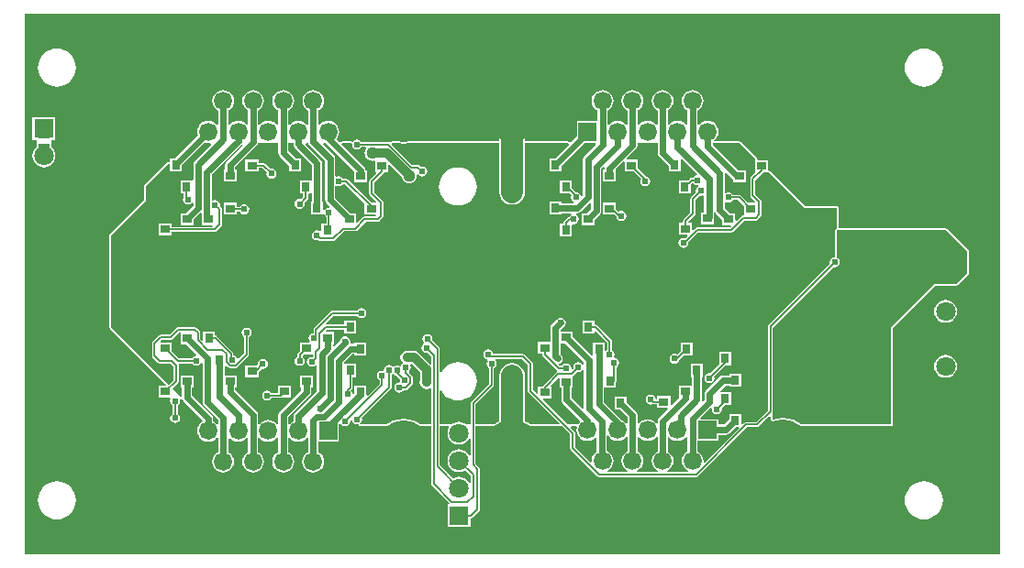
<source format=gbl>
G04 Layer_Physical_Order=2*
G04 Layer_Color=16711680*
%FSLAX25Y25*%
%MOIN*%
G70*
G01*
G75*
%ADD22C,0.00600*%
%ADD23C,0.02400*%
%ADD24C,0.03200*%
%ADD29C,0.05906*%
%ADD30C,0.09843*%
%ADD31C,0.07874*%
%ADD32C,0.18740*%
%ADD33R,0.06654X0.06654*%
%ADD34C,0.06654*%
%ADD35R,0.07087X0.07087*%
%ADD36C,0.07087*%
%ADD37R,0.07087X0.07087*%
%ADD38C,0.02400*%
%ADD39C,0.04400*%
%ADD40C,0.03600*%
%ADD41R,0.03543X0.03150*%
%ADD42R,0.03150X0.03543*%
%ADD43R,0.03937X0.02362*%
%ADD44C,0.08000*%
G36*
X354331Y0D02*
X0D01*
Y196850D01*
X354331D01*
Y0D01*
D02*
G37*
%LPC*%
G36*
X11811Y26618D02*
X10458Y26484D01*
X9158Y26090D01*
X7959Y25449D01*
X6909Y24587D01*
X6047Y23537D01*
X5406Y22338D01*
X5012Y21037D01*
X4878Y19685D01*
X5012Y18333D01*
X5406Y17032D01*
X6047Y15834D01*
X6909Y14783D01*
X7959Y13921D01*
X9158Y13280D01*
X10458Y12886D01*
X11811Y12753D01*
X13163Y12886D01*
X14464Y13280D01*
X15663Y13921D01*
X16713Y14783D01*
X17575Y15834D01*
X18216Y17032D01*
X18610Y18333D01*
X18744Y19685D01*
X18610Y21037D01*
X18216Y22338D01*
X17575Y23537D01*
X16713Y24587D01*
X15663Y25449D01*
X14464Y26090D01*
X13163Y26484D01*
X11811Y26618D01*
D02*
G37*
G36*
X326772D02*
X325419Y26484D01*
X324119Y26090D01*
X322920Y25449D01*
X321870Y24587D01*
X321007Y23537D01*
X320367Y22338D01*
X319972Y21037D01*
X319839Y19685D01*
X319972Y18333D01*
X320367Y17032D01*
X321007Y15834D01*
X321870Y14783D01*
X322920Y13921D01*
X324119Y13280D01*
X325419Y12886D01*
X326772Y12753D01*
X328124Y12886D01*
X329425Y13280D01*
X330623Y13921D01*
X331674Y14783D01*
X332536Y15834D01*
X333176Y17032D01*
X333571Y18333D01*
X333704Y19685D01*
X333571Y21037D01*
X333176Y22338D01*
X332536Y23537D01*
X331674Y24587D01*
X330623Y25449D01*
X329425Y26090D01*
X328124Y26484D01*
X326772Y26618D01*
D02*
G37*
G36*
X334646Y92604D02*
X333564Y92462D01*
X332556Y92044D01*
X331691Y91380D01*
X331027Y90515D01*
X330609Y89507D01*
X330467Y88425D01*
X330609Y87344D01*
X331027Y86336D01*
X331691Y85470D01*
X332556Y84806D01*
X333564Y84389D01*
X334646Y84246D01*
X335727Y84389D01*
X336735Y84806D01*
X337601Y85470D01*
X338265Y86336D01*
X338682Y87344D01*
X338825Y88425D01*
X338682Y89507D01*
X338265Y90515D01*
X337601Y91380D01*
X336735Y92044D01*
X335727Y92462D01*
X334646Y92604D01*
D02*
G37*
G36*
Y72604D02*
X333564Y72462D01*
X332556Y72044D01*
X331691Y71380D01*
X331027Y70515D01*
X330609Y69507D01*
X330467Y68425D01*
X330609Y67344D01*
X331027Y66336D01*
X331691Y65470D01*
X332556Y64806D01*
X333564Y64389D01*
X334646Y64246D01*
X335727Y64389D01*
X336735Y64806D01*
X337601Y65470D01*
X338265Y66336D01*
X338682Y67344D01*
X338825Y68425D01*
X338682Y69507D01*
X338265Y70515D01*
X337601Y71380D01*
X336735Y72044D01*
X335727Y72462D01*
X334646Y72604D01*
D02*
G37*
G36*
X326772Y184098D02*
X325419Y183965D01*
X324119Y183570D01*
X322920Y182930D01*
X321870Y182067D01*
X321007Y181017D01*
X320367Y179818D01*
X319972Y178518D01*
X319839Y177165D01*
X319972Y175813D01*
X320367Y174512D01*
X321007Y173314D01*
X321870Y172263D01*
X322920Y171401D01*
X324119Y170761D01*
X325419Y170366D01*
X326772Y170233D01*
X328124Y170366D01*
X329425Y170761D01*
X330623Y171401D01*
X331674Y172263D01*
X332536Y173314D01*
X333176Y174512D01*
X333571Y175813D01*
X333704Y177165D01*
X333571Y178518D01*
X333176Y179818D01*
X332536Y181017D01*
X331674Y182067D01*
X330623Y182930D01*
X329425Y183570D01*
X328124Y183965D01*
X326772Y184098D01*
D02*
G37*
G36*
X11811D02*
X10458Y183965D01*
X9158Y183570D01*
X7959Y182930D01*
X6909Y182067D01*
X6047Y181017D01*
X5406Y179818D01*
X5012Y178518D01*
X4878Y177165D01*
X5012Y175813D01*
X5406Y174512D01*
X6047Y173314D01*
X6909Y172263D01*
X7959Y171401D01*
X9158Y170761D01*
X10458Y170366D01*
X11811Y170233D01*
X13163Y170366D01*
X14464Y170761D01*
X15663Y171401D01*
X16713Y172263D01*
X17575Y173314D01*
X18216Y174512D01*
X18610Y175813D01*
X18744Y177165D01*
X18610Y178518D01*
X18216Y179818D01*
X17575Y181017D01*
X16713Y182067D01*
X15663Y182930D01*
X14464Y183570D01*
X13163Y183965D01*
X11811Y184098D01*
D02*
G37*
G36*
X242736Y169000D02*
X241711Y168865D01*
X240756Y168469D01*
X239936Y167840D01*
X239306Y167020D01*
X238911Y166065D01*
X238776Y165039D01*
X238911Y164014D01*
X239306Y163059D01*
X239936Y162239D01*
X240756Y161609D01*
X240901Y161549D01*
Y156416D01*
X240401Y156246D01*
X240084Y156659D01*
X239264Y157288D01*
X238309Y157684D01*
X237283Y157819D01*
X236258Y157684D01*
X235303Y157288D01*
X234483Y156659D01*
X234166Y156246D01*
X233666Y156416D01*
Y161549D01*
X233811Y161609D01*
X234631Y162239D01*
X235261Y163059D01*
X235656Y164014D01*
X235791Y165039D01*
X235656Y166065D01*
X235261Y167020D01*
X234631Y167840D01*
X233811Y168469D01*
X232856Y168865D01*
X231831Y169000D01*
X230806Y168865D01*
X229850Y168469D01*
X229030Y167840D01*
X228401Y167020D01*
X228005Y166065D01*
X227870Y165039D01*
X228005Y164014D01*
X228401Y163059D01*
X229030Y162239D01*
X229850Y161609D01*
X229995Y161549D01*
Y156416D01*
X229495Y156246D01*
X229179Y156659D01*
X228358Y157288D01*
X227403Y157684D01*
X226378Y157819D01*
X225353Y157684D01*
X224398Y157288D01*
X223577Y156659D01*
X223260Y156246D01*
X222760Y156416D01*
Y161549D01*
X222905Y161609D01*
X223726Y162239D01*
X224355Y163059D01*
X224751Y164014D01*
X224886Y165039D01*
X224751Y166065D01*
X224355Y167020D01*
X223726Y167840D01*
X222905Y168469D01*
X221950Y168865D01*
X220925Y169000D01*
X219900Y168865D01*
X218945Y168469D01*
X218125Y167840D01*
X217495Y167020D01*
X217099Y166065D01*
X216965Y165039D01*
X217099Y164014D01*
X217495Y163059D01*
X218125Y162239D01*
X218945Y161609D01*
X219090Y161549D01*
Y156416D01*
X218590Y156246D01*
X218273Y156659D01*
X217453Y157288D01*
X216497Y157684D01*
X215472Y157819D01*
X214447Y157684D01*
X213492Y157288D01*
X212672Y156659D01*
X212355Y156246D01*
X211855Y156416D01*
Y161549D01*
X212000Y161609D01*
X212820Y162239D01*
X213450Y163059D01*
X213845Y164014D01*
X213980Y165039D01*
X213845Y166065D01*
X213450Y167020D01*
X212820Y167840D01*
X212000Y168469D01*
X211045Y168865D01*
X210020Y169000D01*
X208995Y168865D01*
X208039Y168469D01*
X207219Y167840D01*
X206590Y167020D01*
X206194Y166065D01*
X206059Y165039D01*
X206194Y164014D01*
X206590Y163059D01*
X207219Y162239D01*
X208039Y161609D01*
X208184Y161549D01*
Y157785D01*
X200640D01*
Y152055D01*
X198509Y149924D01*
X197998Y150066D01*
X197879Y150115D01*
X197787Y150206D01*
X197658D01*
X197539Y150256D01*
X181805D01*
Y159299D01*
X181825Y159449D01*
X181667Y160650D01*
X181203Y161769D01*
X180466Y162730D01*
X179505Y163467D01*
X178386Y163930D01*
X177185Y164088D01*
X175984Y163930D01*
X174865Y163467D01*
X173904Y162730D01*
X173885Y162710D01*
X173147Y161749D01*
X172684Y160630D01*
X172605Y160029D01*
X172526Y159429D01*
X172526Y159429D01*
Y150256D01*
X139561D01*
X139529Y150243D01*
X139497Y150253D01*
X137776Y150083D01*
X136054Y150253D01*
X136022Y150243D01*
X135991Y150256D01*
X133598D01*
X133478Y150206D01*
X133349D01*
X133258Y150115D01*
X133139Y150066D01*
X133081Y150033D01*
X132722Y149921D01*
X132506Y149973D01*
X132425Y150027D01*
X132074Y150096D01*
X122452D01*
X122198Y150477D01*
X121602Y150874D01*
X120900Y151014D01*
X120198Y150874D01*
X119602Y150477D01*
X119544Y150390D01*
X119215Y150066D01*
X119013Y150149D01*
X118819Y150253D01*
X118787Y150243D01*
X118756Y150256D01*
X115453D01*
X115334Y150206D01*
X115205D01*
X115114Y150115D01*
X114994Y150066D01*
X114483Y149924D01*
X113261Y151145D01*
X113824Y151878D01*
X114219Y152833D01*
X114354Y153858D01*
X114219Y154883D01*
X113824Y155839D01*
X113194Y156659D01*
X112374Y157288D01*
X111419Y157684D01*
X110394Y157819D01*
X109369Y157684D01*
X108413Y157288D01*
X107593Y156659D01*
X107276Y156246D01*
X106776Y156416D01*
Y161549D01*
X106921Y161609D01*
X107741Y162239D01*
X108371Y163059D01*
X108767Y164014D01*
X108902Y165039D01*
X108767Y166065D01*
X108371Y167020D01*
X107741Y167840D01*
X106921Y168469D01*
X105966Y168865D01*
X104941Y169000D01*
X103916Y168865D01*
X102961Y168469D01*
X102140Y167840D01*
X101511Y167020D01*
X101115Y166065D01*
X100980Y165039D01*
X101115Y164014D01*
X101511Y163059D01*
X102140Y162239D01*
X102961Y161609D01*
X103106Y161549D01*
Y156416D01*
X102606Y156246D01*
X102289Y156659D01*
X101469Y157288D01*
X100513Y157684D01*
X99488Y157819D01*
X98463Y157684D01*
X97508Y157288D01*
X96688Y156659D01*
X96371Y156246D01*
X95871Y156416D01*
Y161549D01*
X96016Y161609D01*
X96836Y162239D01*
X97465Y163059D01*
X97861Y164014D01*
X97996Y165039D01*
X97861Y166065D01*
X97465Y167020D01*
X96836Y167840D01*
X96016Y168469D01*
X95060Y168865D01*
X94035Y169000D01*
X93010Y168865D01*
X92055Y168469D01*
X91235Y167840D01*
X90605Y167020D01*
X90210Y166065D01*
X90075Y165039D01*
X90210Y164014D01*
X90605Y163059D01*
X91235Y162239D01*
X92055Y161609D01*
X92200Y161549D01*
Y156416D01*
X91700Y156246D01*
X91383Y156659D01*
X90563Y157288D01*
X89608Y157684D01*
X88583Y157819D01*
X87558Y157684D01*
X86602Y157288D01*
X85782Y156659D01*
X85465Y156246D01*
X84965Y156416D01*
Y161549D01*
X85110Y161609D01*
X85931Y162239D01*
X86560Y163059D01*
X86956Y164014D01*
X87091Y165039D01*
X86956Y166065D01*
X86560Y167020D01*
X85931Y167840D01*
X85110Y168469D01*
X84155Y168865D01*
X83130Y169000D01*
X82105Y168865D01*
X81150Y168469D01*
X80329Y167840D01*
X79700Y167020D01*
X79304Y166065D01*
X79169Y165039D01*
X79304Y164014D01*
X79700Y163059D01*
X80329Y162239D01*
X81150Y161609D01*
X81295Y161549D01*
Y156416D01*
X80795Y156246D01*
X80478Y156659D01*
X79658Y157288D01*
X78702Y157684D01*
X77677Y157819D01*
X76652Y157684D01*
X75697Y157288D01*
X74877Y156659D01*
X74560Y156246D01*
X74060Y156416D01*
Y161549D01*
X74205Y161609D01*
X75025Y162239D01*
X75654Y163059D01*
X76050Y164014D01*
X76185Y165039D01*
X76050Y166065D01*
X75654Y167020D01*
X75025Y167840D01*
X74205Y168469D01*
X73250Y168865D01*
X72224Y169000D01*
X71199Y168865D01*
X70244Y168469D01*
X69424Y167840D01*
X68794Y167020D01*
X68399Y166065D01*
X68264Y165039D01*
X68399Y164014D01*
X68794Y163059D01*
X69424Y162239D01*
X70244Y161609D01*
X70389Y161549D01*
Y156416D01*
X69889Y156246D01*
X69572Y156659D01*
X68752Y157288D01*
X67797Y157684D01*
X66772Y157819D01*
X65747Y157684D01*
X64791Y157288D01*
X63971Y156659D01*
X63342Y155839D01*
X62946Y154883D01*
X62811Y153858D01*
X62946Y152833D01*
X63006Y152688D01*
X54422Y144104D01*
X52943D01*
Y143156D01*
X52481Y142895D01*
X52362Y142845D01*
X52233D01*
X52141Y142754D01*
X52022Y142704D01*
X43635Y134318D01*
X43445Y133858D01*
Y129009D01*
X31037Y116601D01*
X30847Y116142D01*
X30847Y114173D01*
Y86614D01*
Y82677D01*
X31037Y82218D01*
X46785Y66470D01*
X46785Y66470D01*
X51366Y61889D01*
X51175Y61427D01*
X48809D01*
Y57077D01*
X52812D01*
X53022Y56684D01*
X53023Y56577D01*
X52889Y55905D01*
X53029Y55203D01*
X53427Y54608D01*
X53807Y54354D01*
Y51158D01*
X53427Y50904D01*
X53029Y50309D01*
X52889Y49606D01*
X53029Y48904D01*
X53427Y48309D01*
X54022Y47911D01*
X54724Y47771D01*
X55427Y47911D01*
X56022Y48309D01*
X56420Y48904D01*
X56560Y49606D01*
X56420Y50309D01*
X56022Y50904D01*
X55642Y51158D01*
Y54354D01*
X56022Y54608D01*
X56420Y55203D01*
X56560Y55905D01*
X56471Y56354D01*
X56479Y56387D01*
X56702Y56773D01*
X56775Y56816D01*
X57249Y56675D01*
X57343Y56467D01*
X57360Y56384D01*
X57757Y55789D01*
X64661Y48886D01*
X64685Y48778D01*
X64592Y48253D01*
X63951Y47761D01*
X63322Y46941D01*
X62926Y45986D01*
X62791Y44961D01*
X62926Y43936D01*
X63322Y42980D01*
X63951Y42160D01*
X64772Y41531D01*
X65727Y41135D01*
X66752Y41000D01*
X67777Y41135D01*
X68732Y41531D01*
X69553Y42160D01*
X69889Y42599D01*
X70389Y42429D01*
Y37278D01*
X70224Y37210D01*
X69404Y36580D01*
X68775Y35760D01*
X68379Y34805D01*
X68244Y33779D01*
X68379Y32754D01*
X68775Y31799D01*
X69404Y30979D01*
X70224Y30349D01*
X71180Y29954D01*
X72205Y29819D01*
X73230Y29954D01*
X74185Y30349D01*
X75005Y30979D01*
X75635Y31799D01*
X76030Y32754D01*
X76165Y33779D01*
X76030Y34805D01*
X75635Y35760D01*
X75005Y36580D01*
X74185Y37210D01*
X74060Y37262D01*
Y42378D01*
X74560Y42547D01*
X74857Y42160D01*
X75677Y41531D01*
X76632Y41135D01*
X77658Y41000D01*
X78683Y41135D01*
X79638Y41531D01*
X80458Y42160D01*
X80795Y42599D01*
X81295Y42429D01*
Y37278D01*
X81130Y37210D01*
X80310Y36580D01*
X79680Y35760D01*
X79285Y34805D01*
X79150Y33779D01*
X79285Y32754D01*
X79680Y31799D01*
X80310Y30979D01*
X81130Y30349D01*
X82085Y29954D01*
X83110Y29819D01*
X84135Y29954D01*
X85091Y30349D01*
X85911Y30979D01*
X86540Y31799D01*
X86936Y32754D01*
X87071Y33779D01*
X86936Y34805D01*
X86540Y35760D01*
X85911Y36580D01*
X85091Y37210D01*
X84965Y37262D01*
Y42378D01*
X85465Y42547D01*
X85762Y42160D01*
X86583Y41531D01*
X87538Y41135D01*
X88563Y41000D01*
X89588Y41135D01*
X90543Y41531D01*
X91364Y42160D01*
X91700Y42599D01*
X92200Y42429D01*
Y37278D01*
X92035Y37210D01*
X91215Y36580D01*
X90586Y35760D01*
X90190Y34805D01*
X90055Y33779D01*
X90190Y32754D01*
X90586Y31799D01*
X91215Y30979D01*
X92035Y30349D01*
X92991Y29954D01*
X94016Y29819D01*
X95041Y29954D01*
X95996Y30349D01*
X96816Y30979D01*
X97446Y31799D01*
X97841Y32754D01*
X97976Y33779D01*
X97841Y34805D01*
X97446Y35760D01*
X96816Y36580D01*
X95996Y37210D01*
X95871Y37262D01*
Y42378D01*
X96371Y42547D01*
X96668Y42160D01*
X97488Y41531D01*
X98443Y41135D01*
X99468Y41000D01*
X100494Y41135D01*
X101449Y41531D01*
X102269Y42160D01*
X102586Y42573D01*
X103086Y42403D01*
Y37270D01*
X102941Y37210D01*
X102121Y36580D01*
X101491Y35760D01*
X101096Y34805D01*
X100961Y33779D01*
X101096Y32754D01*
X101491Y31799D01*
X102121Y30979D01*
X102941Y30349D01*
X103896Y29954D01*
X104921Y29819D01*
X105946Y29954D01*
X106902Y30349D01*
X107722Y30979D01*
X108351Y31799D01*
X108747Y32754D01*
X108882Y33779D01*
X108747Y34805D01*
X108351Y35760D01*
X107722Y36580D01*
X106902Y37210D01*
X106756Y37270D01*
Y41034D01*
X114301D01*
Y47388D01*
X114430Y47491D01*
X115068Y47382D01*
X115238Y47128D01*
X115833Y46730D01*
X116535Y46590D01*
X117238Y46730D01*
X117833Y47128D01*
X118231Y47723D01*
X118371Y48425D01*
X118310Y48730D01*
X118620Y49021D01*
X119099Y48867D01*
X119171Y48510D01*
X119568Y47915D01*
X120164Y47517D01*
X120866Y47377D01*
X121314Y47466D01*
X121439Y47056D01*
X121540Y46932D01*
X121601Y46785D01*
X121692Y46747D01*
X121754Y46671D01*
X121913Y46656D01*
X122060Y46595D01*
X131634D01*
X131837Y46679D01*
X132046Y46742D01*
X132553Y47157D01*
X134172Y48023D01*
X135929Y48556D01*
X137756Y48736D01*
X139583Y48556D01*
X141340Y48023D01*
X142959Y47157D01*
X143465Y46742D01*
X143675Y46679D01*
X143877Y46595D01*
X147901D01*
Y25591D01*
X147971Y25239D01*
X148170Y24942D01*
X154335Y18777D01*
X154128Y18277D01*
X153731D01*
Y9991D01*
X162017D01*
Y13216D01*
X162165D01*
X162516Y13286D01*
X162814Y13485D01*
X165216Y15887D01*
X165415Y16184D01*
X165485Y16535D01*
Y31102D01*
X165415Y31453D01*
X165216Y31751D01*
X163910Y33057D01*
Y46595D01*
X170680D01*
X170882Y46679D01*
X171092Y46742D01*
X171982Y47472D01*
X172097Y47534D01*
X172526Y47277D01*
Y39705D01*
X172526Y39705D01*
X172605Y39104D01*
X172684Y38504D01*
X173147Y37385D01*
X173885Y36424D01*
X173904Y36404D01*
X174865Y35667D01*
X175984Y35203D01*
X177185Y35045D01*
X178386Y35203D01*
X179505Y35667D01*
X180466Y36404D01*
X181203Y37365D01*
X181667Y38484D01*
X181825Y39685D01*
X181805Y39834D01*
Y47298D01*
X182234Y47555D01*
X182388Y47472D01*
X183278Y46742D01*
X183488Y46679D01*
X183690Y46595D01*
X194217D01*
X194336Y46644D01*
X194466D01*
X194557Y46735D01*
X194676Y46785D01*
X195188Y46927D01*
X198295Y43819D01*
Y38583D01*
X198365Y38232D01*
X198564Y37934D01*
X208013Y28485D01*
X208310Y28286D01*
X208661Y28216D01*
X244094D01*
X244446Y28286D01*
X244743Y28485D01*
X262585Y46327D01*
X266142D01*
X266493Y46396D01*
X266791Y46595D01*
X270542Y50347D01*
X271004Y50156D01*
Y49438D01*
X271023Y49391D01*
X271011Y49343D01*
X271116Y49167D01*
X271194Y48979D01*
X271241Y48959D01*
X271267Y48916D01*
X271767Y48546D01*
X271815Y48533D01*
X271847Y48494D01*
X272051Y48474D01*
X272249Y48425D01*
X272292Y48451D01*
X272342Y48446D01*
X273744Y48871D01*
X275571Y49051D01*
X277398Y48871D01*
X279155Y48338D01*
X280774Y47472D01*
X281664Y46742D01*
X281874Y46679D01*
X282076Y46595D01*
X314961D01*
X315420Y46785D01*
X315610Y47244D01*
X315610Y82408D01*
X330978Y97776D01*
X338583Y97776D01*
X339042Y97966D01*
X342979Y101903D01*
X343169Y102362D01*
Y110236D01*
X342979Y110696D01*
X335105Y118570D01*
X334646Y118760D01*
X295925D01*
Y125984D01*
X295735Y126444D01*
X295276Y126634D01*
X283734D01*
X276050Y134318D01*
X270958Y139409D01*
X270864Y139448D01*
X270799Y139526D01*
X270388Y139740D01*
X270233Y139753D01*
X270088Y139813D01*
Y143513D01*
X266473D01*
X266167Y143931D01*
X266118Y144050D01*
Y144179D01*
X266026Y144271D01*
X265977Y144390D01*
X260302Y150066D01*
X259842Y150256D01*
X250766D01*
X250596Y150756D01*
X250990Y151058D01*
X251619Y151878D01*
X252015Y152833D01*
X252150Y153858D01*
X252015Y154883D01*
X251619Y155839D01*
X250990Y156659D01*
X250169Y157288D01*
X249214Y157684D01*
X248189Y157819D01*
X247164Y157684D01*
X246209Y157288D01*
X245388Y156659D01*
X245072Y156246D01*
X244571Y156416D01*
Y161549D01*
X244717Y161609D01*
X245537Y162239D01*
X246166Y163059D01*
X246562Y164014D01*
X246697Y165039D01*
X246562Y166065D01*
X246166Y167020D01*
X245537Y167840D01*
X244717Y168469D01*
X243761Y168865D01*
X242736Y169000D01*
D02*
G37*
G36*
X11230Y159143D02*
X2943D01*
Y150857D01*
X4242D01*
X4518Y150581D01*
Y150206D01*
X4518Y150081D01*
Y148252D01*
X4132Y147955D01*
X3467Y147090D01*
X3050Y146082D01*
X2908Y145000D01*
X3050Y143918D01*
X3467Y142911D01*
X4132Y142045D01*
X4997Y141381D01*
X6005Y140963D01*
X7087Y140821D01*
X8168Y140963D01*
X9176Y141381D01*
X10042Y142045D01*
X10706Y142911D01*
X11123Y143918D01*
X11266Y145000D01*
X11123Y146082D01*
X10706Y147090D01*
X10042Y147955D01*
X9655Y148252D01*
Y150081D01*
X9655Y150206D01*
Y150581D01*
X10093Y150857D01*
X11230D01*
Y159143D01*
D02*
G37*
G36*
X39390Y164088D02*
X38189Y163930D01*
X37070Y163467D01*
X36109Y162730D01*
X36089Y162710D01*
X35352Y161749D01*
X34888Y160630D01*
X34730Y159429D01*
X34888Y158228D01*
X35352Y157109D01*
X36089Y156148D01*
X37050Y155411D01*
X38169Y154947D01*
X39370Y154789D01*
X40571Y154947D01*
X41690Y155411D01*
X42651Y156148D01*
X42671Y156168D01*
X43408Y157129D01*
X43871Y158248D01*
X44030Y159449D01*
X43871Y160650D01*
X43408Y161769D01*
X42671Y162730D01*
X41710Y163467D01*
X40591Y163930D01*
X39390Y164088D01*
D02*
G37*
%LPD*%
G36*
X143820Y66394D02*
Y63561D01*
X143802Y63535D01*
X143616Y62598D01*
X143802Y61662D01*
X144333Y60868D01*
X145127Y60338D01*
X146063Y60151D01*
X146999Y60338D01*
X147401Y60606D01*
X147901Y60339D01*
Y47244D01*
X143877D01*
X143322Y47700D01*
X141590Y48626D01*
X139710Y49196D01*
X137756Y49388D01*
X135801Y49196D01*
X133922Y48626D01*
X132190Y47700D01*
X131634Y47244D01*
X122060D01*
X121908Y47744D01*
X122164Y47915D01*
X122562Y48510D01*
X122701Y49213D01*
X122612Y49661D01*
X133082Y60130D01*
X133281Y60428D01*
X133350Y60779D01*
Y65219D01*
X133806Y65640D01*
X134096Y65632D01*
X134199Y65589D01*
X134731Y65233D01*
X135121Y65156D01*
X136443Y63834D01*
X136353Y63386D01*
X136444Y62931D01*
X136259Y62546D01*
X136072Y62436D01*
X135518Y62326D01*
X134923Y61928D01*
X134525Y61332D01*
X134385Y60630D01*
X134525Y59928D01*
X134923Y59332D01*
X135518Y58934D01*
X136221Y58795D01*
X136923Y58934D01*
X137518Y59332D01*
X137772Y59712D01*
X138403D01*
X138754Y59782D01*
X139052Y59981D01*
X140938Y61867D01*
X141137Y62165D01*
X141206Y62516D01*
Y64256D01*
X141137Y64607D01*
X140938Y64905D01*
X139713Y66130D01*
X139762Y66734D01*
X139880Y66812D01*
X140278Y67408D01*
X140418Y68110D01*
X140278Y68812D01*
X140274Y68818D01*
X140520Y69321D01*
X140855Y69358D01*
X143820Y66394D01*
D02*
G37*
G36*
X194479Y64127D02*
Y60620D01*
X195015D01*
Y56299D01*
X195155Y55597D01*
X195553Y55001D01*
X201901Y48653D01*
X201868Y48154D01*
X201766Y48076D01*
X201137Y47256D01*
X201132Y47244D01*
X197466D01*
X188292Y56418D01*
X188483Y56880D01*
X191348D01*
Y61230D01*
X191348D01*
X191209Y61565D01*
X193979Y64335D01*
X194479Y64127D01*
D02*
G37*
G36*
X64700Y69478D02*
Y55512D01*
X64840Y54809D01*
X65238Y54214D01*
X70389Y49063D01*
Y47388D01*
X69889Y47323D01*
X69553Y47761D01*
X68732Y48391D01*
X68607Y48443D01*
Y49370D01*
X68467Y50072D01*
X68069Y50668D01*
X60890Y57847D01*
Y60817D01*
X61427D01*
Y65167D01*
X56683D01*
Y60817D01*
X57220D01*
Y57661D01*
X56720Y57453D01*
X53700Y60473D01*
X55767Y62540D01*
X55966Y62838D01*
X56036Y63189D01*
Y68898D01*
X56005Y69055D01*
X56232Y69454D01*
X56363Y69555D01*
X61047D01*
X61301Y69175D01*
X61896Y68777D01*
X62598Y68637D01*
X63301Y68777D01*
X63896Y69175D01*
X64200Y69630D01*
X64700Y69478D01*
D02*
G37*
G36*
X203283Y67116D02*
Y53169D01*
X203239Y53129D01*
X202817Y52928D01*
X198686Y57059D01*
Y60620D01*
X199222D01*
Y64891D01*
X199336Y64968D01*
X200733Y66364D01*
X201181Y66275D01*
X201883Y66415D01*
X202479Y66812D01*
X202783Y67268D01*
X203283Y67116D01*
D02*
G37*
G36*
X182941Y68911D02*
Y59554D01*
X183010Y59203D01*
X183209Y58905D01*
X194409Y47706D01*
X194217Y47244D01*
X183690D01*
X182751Y48015D01*
X181805Y48520D01*
Y64961D01*
X181647Y66162D01*
X181183Y67281D01*
X180446Y68241D01*
X179485Y68979D01*
X178366Y69442D01*
X177165Y69600D01*
X175964Y69442D01*
X174846Y68979D01*
X173885Y68241D01*
X173147Y67281D01*
X172684Y66162D01*
X172526Y64961D01*
Y48500D01*
X171619Y48015D01*
X170680Y47244D01*
X163910D01*
Y54738D01*
X170333Y61162D01*
X170532Y61459D01*
X170602Y61810D01*
Y67739D01*
X170982Y67993D01*
X171380Y68589D01*
X171520Y69291D01*
X171380Y69994D01*
X170982Y70589D01*
X170922Y70630D01*
X171073Y71130D01*
X180722D01*
X182941Y68911D01*
D02*
G37*
G36*
X259648Y45985D02*
X247117Y33454D01*
X246643Y33687D01*
X246697Y34095D01*
X246562Y35120D01*
X246166Y36075D01*
X245537Y36895D01*
X244717Y37525D01*
X244571Y37585D01*
Y41349D01*
X252116D01*
Y43440D01*
X254724D01*
X255427Y43580D01*
X256022Y43978D01*
X258491Y46447D01*
X259457D01*
X259648Y45985D01*
D02*
G37*
G36*
X223577Y42475D02*
X224398Y41846D01*
X225353Y41450D01*
X226378Y41315D01*
X227403Y41450D01*
X228358Y41846D01*
X229179Y42475D01*
X229495Y42888D01*
X229995Y42718D01*
Y37585D01*
X229850Y37525D01*
X229030Y36895D01*
X228401Y36075D01*
X228005Y35120D01*
X227870Y34095D01*
X228005Y33069D01*
X228401Y32114D01*
X229030Y31294D01*
X229850Y30665D01*
X230123Y30551D01*
X230024Y30051D01*
X222732D01*
X222633Y30551D01*
X222905Y30665D01*
X223726Y31294D01*
X224355Y32114D01*
X224751Y33069D01*
X224886Y34095D01*
X224751Y35120D01*
X224355Y36075D01*
X223726Y36895D01*
X222905Y37525D01*
X222760Y37585D01*
Y42718D01*
X223260Y42888D01*
X223577Y42475D01*
D02*
G37*
G36*
X212042Y43295D02*
X212672Y42475D01*
X213492Y41846D01*
X214447Y41450D01*
X215472Y41315D01*
X216497Y41450D01*
X217453Y41846D01*
X218273Y42475D01*
X218590Y42888D01*
X219090Y42718D01*
Y37585D01*
X218945Y37525D01*
X218125Y36895D01*
X217495Y36075D01*
X217099Y35120D01*
X216965Y34095D01*
X217099Y33069D01*
X217495Y32114D01*
X218125Y31294D01*
X218945Y30665D01*
X219218Y30551D01*
X219118Y30051D01*
X211827D01*
X211727Y30551D01*
X212000Y30665D01*
X212820Y31294D01*
X213450Y32114D01*
X213845Y33069D01*
X213980Y34095D01*
X213845Y35120D01*
X213450Y36075D01*
X212820Y36895D01*
X212000Y37525D01*
X211529Y37720D01*
Y43228D01*
X212029Y43328D01*
X212042Y43295D01*
D02*
G37*
G36*
X240901Y42718D02*
Y37585D01*
X240756Y37525D01*
X239936Y36895D01*
X239306Y36075D01*
X238911Y35120D01*
X238776Y34095D01*
X238911Y33069D01*
X239306Y32114D01*
X239936Y31294D01*
X240756Y30665D01*
X241029Y30551D01*
X240929Y30051D01*
X233638D01*
X233538Y30551D01*
X233811Y30665D01*
X234631Y31294D01*
X235261Y32114D01*
X235656Y33069D01*
X235791Y34095D01*
X235656Y35120D01*
X235261Y36075D01*
X234631Y36895D01*
X233811Y37525D01*
X233666Y37585D01*
Y42718D01*
X234166Y42888D01*
X234483Y42475D01*
X235303Y41846D01*
X236258Y41450D01*
X237283Y41315D01*
X238309Y41450D01*
X239264Y41846D01*
X240084Y42475D01*
X240401Y42888D01*
X240901Y42718D01*
D02*
G37*
G36*
X154201Y46095D02*
X153837Y45215D01*
X153695Y44134D01*
X153837Y43052D01*
X154255Y42044D01*
X154919Y41179D01*
X155784Y40515D01*
X156792Y40097D01*
X157874Y39955D01*
X158956Y40097D01*
X159964Y40515D01*
X160829Y41179D01*
X161493Y42044D01*
X161574Y42241D01*
X162074Y42141D01*
Y36127D01*
X161574Y36027D01*
X161493Y36223D01*
X160829Y37089D01*
X159964Y37753D01*
X158956Y38170D01*
X157874Y38313D01*
X156792Y38170D01*
X155784Y37753D01*
X154919Y37089D01*
X154255Y36223D01*
X153837Y35215D01*
X153695Y34134D01*
X153837Y33052D01*
X154255Y32044D01*
X154919Y31179D01*
X155784Y30515D01*
X156792Y30097D01*
X157874Y29955D01*
X158956Y30097D01*
X159964Y30515D01*
X160095Y30615D01*
X162074Y28636D01*
Y26127D01*
X161574Y26027D01*
X161493Y26223D01*
X160829Y27089D01*
X159964Y27753D01*
X158956Y28170D01*
X157874Y28313D01*
X156792Y28170D01*
X155784Y27753D01*
X155653Y27652D01*
X150936Y32369D01*
Y46595D01*
X153973D01*
X154201Y46095D01*
D02*
G37*
G36*
X200714D02*
X200606Y45276D01*
X200741Y44251D01*
X201137Y43295D01*
X201766Y42475D01*
X202587Y41846D01*
X203542Y41450D01*
X204567Y41315D01*
X205592Y41450D01*
X206547Y41846D01*
X207358Y42468D01*
X207546Y42443D01*
X207858Y42337D01*
Y37386D01*
X207219Y36895D01*
X206590Y36075D01*
X206194Y35120D01*
X206059Y34095D01*
X206113Y33687D01*
X205639Y33454D01*
X200130Y38963D01*
Y44200D01*
X200060Y44551D01*
X199862Y44848D01*
X198577Y46133D01*
X198769Y46595D01*
X200378D01*
X200714Y46095D01*
D02*
G37*
G36*
X246449Y130572D02*
X246834Y130367D01*
Y124419D01*
X245660D01*
Y120069D01*
X250403D01*
Y122372D01*
X250505Y122882D01*
Y124305D01*
X251005Y124457D01*
X251214Y124143D01*
X253534Y121823D01*
Y119872D01*
X256504D01*
X256695Y119411D01*
X256313Y119028D01*
X244383D01*
X244032Y118958D01*
X243734Y118759D01*
X242991Y118016D01*
X242529Y118207D01*
Y120679D01*
X241476D01*
X241269Y121179D01*
X243478Y123388D01*
X243677Y123686D01*
X243747Y124037D01*
Y129063D01*
X245221Y130537D01*
X245669Y130448D01*
X246334Y130580D01*
X246449Y130572D01*
D02*
G37*
G36*
X123613Y127846D02*
Y123613D01*
X127466D01*
X127733Y123113D01*
X127634Y122965D01*
X123622D01*
X123271Y122895D01*
X122973Y122696D01*
X120944Y120667D01*
X120482Y120858D01*
Y124222D01*
X118531D01*
X112859Y129894D01*
Y133939D01*
X113359Y134206D01*
X113471Y134131D01*
X114173Y133992D01*
X114875Y134131D01*
X115471Y134529D01*
X115725Y134909D01*
X116549D01*
X123613Y127846D01*
D02*
G37*
G36*
X261408Y126861D02*
Y123613D01*
X261014Y123357D01*
X260672Y123289D01*
X260375Y123090D01*
X258739Y121454D01*
X258277Y121645D01*
Y124222D01*
X256326D01*
X254347Y126201D01*
Y128196D01*
X254847Y128464D01*
X255203Y128226D01*
X255906Y128086D01*
X256608Y128226D01*
X257203Y128623D01*
X257457Y129004D01*
X259266D01*
X261408Y126861D01*
D02*
G37*
G36*
X109609Y149606D02*
X119676Y139540D01*
Y135424D01*
X124419D01*
Y139773D01*
X123881D01*
X123743Y140466D01*
X123345Y141061D01*
X115262Y149144D01*
X115453Y149606D01*
X118756D01*
X119073Y149220D01*
X119065Y149179D01*
X119204Y148476D01*
X119602Y147881D01*
X120198Y147483D01*
X120900Y147344D01*
X121602Y147483D01*
X122198Y147881D01*
X122452Y148261D01*
X123905D01*
X124152Y147761D01*
X123932Y147475D01*
X123650Y146794D01*
X123554Y146063D01*
X123650Y145332D01*
X123932Y144651D01*
X124381Y144066D01*
X124966Y143617D01*
X125647Y143335D01*
X126378Y143239D01*
X127050Y143327D01*
X127152Y143300D01*
X127550Y142976D01*
Y139164D01*
X127764D01*
X127955Y138702D01*
X125532Y136279D01*
X125333Y135981D01*
X125264Y135630D01*
Y131299D01*
X125333Y130948D01*
X125532Y130650D01*
X127758Y128424D01*
X127567Y127962D01*
X126091D01*
X117578Y136476D01*
X117280Y136674D01*
X116929Y136744D01*
X115725D01*
X115471Y137125D01*
X114875Y137522D01*
X114173Y137662D01*
X113471Y137522D01*
X113359Y137448D01*
X112859Y137715D01*
Y144095D01*
X112719Y144797D01*
X112321Y145392D01*
X108569Y149144D01*
X108760Y149606D01*
X109609D01*
D02*
G37*
G36*
X103219D02*
X103245Y149475D01*
X103643Y148879D01*
X109188Y143334D01*
Y129134D01*
X109328Y128431D01*
X109726Y127836D01*
X110852Y126710D01*
X110663Y126314D01*
X110614Y126241D01*
X109928Y126105D01*
X109332Y125707D01*
X109241Y125570D01*
X108573Y125471D01*
X108474Y125552D01*
Y128356D01*
X108134D01*
Y142520D01*
X107995Y143222D01*
X107597Y143817D01*
X102270Y149144D01*
X102461Y149606D01*
X103219D01*
D02*
G37*
G36*
X342520Y110236D02*
Y102362D01*
X338583Y98425D01*
X330709Y98425D01*
X314961Y82677D01*
X314961Y47244D01*
X282076D01*
X281137Y48015D01*
X279405Y48941D01*
X277525Y49511D01*
X275571Y49703D01*
X273616Y49511D01*
X272153Y49067D01*
X271654Y49438D01*
Y51459D01*
X271852Y51755D01*
X271922Y52106D01*
Y82566D01*
X293909Y104553D01*
X294357Y104464D01*
X295059Y104604D01*
X295655Y105001D01*
X296053Y105597D01*
X296192Y106299D01*
X296053Y107001D01*
X295655Y107597D01*
X295276Y107850D01*
Y118110D01*
X334646D01*
X342520Y110236D01*
D02*
G37*
G36*
X67617Y149606D02*
X67809Y149144D01*
X61844Y143180D01*
X61446Y142584D01*
X61307Y141882D01*
Y136617D01*
X61033Y136230D01*
X60807Y136230D01*
X56683D01*
Y131487D01*
X57941D01*
Y130117D01*
X57753Y129836D01*
X57614Y129134D01*
X57753Y128431D01*
X58151Y127836D01*
X58746Y127438D01*
X59449Y127299D01*
X60151Y127438D01*
X60747Y127836D01*
X60807Y127926D01*
X61307Y127774D01*
Y126894D01*
X58635Y124222D01*
X56683D01*
Y119872D01*
X61427D01*
Y121824D01*
X63956Y124353D01*
X64456Y124145D01*
Y122685D01*
X64557Y122175D01*
Y119872D01*
X68214D01*
X68481Y119372D01*
X68382Y119225D01*
X53553D01*
Y120482D01*
X48809D01*
Y116132D01*
X53553D01*
Y117390D01*
X69095D01*
X69446Y117459D01*
X69743Y117658D01*
X71515Y119430D01*
X71714Y119728D01*
X71784Y120079D01*
Y125591D01*
X71714Y125942D01*
X71515Y126239D01*
X71037Y126717D01*
X71127Y127165D01*
X70987Y127868D01*
X70589Y128463D01*
X69994Y128861D01*
X69291Y129001D01*
X68626Y128868D01*
X68511Y128876D01*
X68126Y129082D01*
Y138366D01*
X78975Y149214D01*
X79021Y149283D01*
X79049Y149281D01*
X79235Y148760D01*
X73505Y143030D01*
X73108Y142435D01*
X72968Y141732D01*
Y139970D01*
X72431D01*
Y135620D01*
X77175D01*
Y139970D01*
X76638D01*
Y140972D01*
X84428Y148761D01*
X84825Y149357D01*
X84875Y149606D01*
X92200D01*
Y146122D01*
X92340Y145420D01*
X92738Y144824D01*
X96250Y141312D01*
Y139361D01*
X100600D01*
Y144104D01*
X98649D01*
X95871Y146882D01*
Y149606D01*
X97653D01*
Y149331D01*
X97793Y148628D01*
X98190Y148033D01*
X104464Y141760D01*
Y136679D01*
X104340Y136230D01*
X103964Y136230D01*
X99991D01*
Y131487D01*
X101248D01*
Y130104D01*
X100448Y129305D01*
X100000Y129394D01*
X99298Y129255D01*
X98702Y128857D01*
X98304Y128261D01*
X98165Y127559D01*
X98304Y126857D01*
X98702Y126261D01*
X99298Y125864D01*
X100000Y125724D01*
X100702Y125864D01*
X101298Y126261D01*
X101696Y126857D01*
X101835Y127559D01*
X101746Y128007D01*
X102814Y129076D01*
X103013Y129373D01*
X103083Y129724D01*
Y131133D01*
X103437Y131487D01*
X104340Y131487D01*
X104464Y131038D01*
Y128356D01*
X104124D01*
Y123613D01*
X108474D01*
Y123613D01*
X108663Y123651D01*
X108974Y123648D01*
X109332Y123112D01*
X109712Y122858D01*
Y120482D01*
X107865D01*
Y117862D01*
X107365Y117594D01*
X107001Y117837D01*
X106299Y117977D01*
X105597Y117837D01*
X105001Y117439D01*
X104603Y116844D01*
X104464Y116141D01*
X104603Y115439D01*
X105001Y114844D01*
X105597Y114446D01*
X106299Y114306D01*
X106747Y114395D01*
X106831Y114312D01*
X107129Y114113D01*
X107480Y114043D01*
X112192D01*
X112544Y114113D01*
X112841Y114312D01*
X116116Y117586D01*
X120079D01*
X120430Y117656D01*
X120728Y117855D01*
X124002Y121130D01*
X128347D01*
X128698Y121200D01*
X128995Y121398D01*
X130176Y122580D01*
X130375Y122877D01*
X130445Y123228D01*
Y127953D01*
X130375Y128304D01*
X130176Y128602D01*
X127099Y131679D01*
Y135250D01*
X130570Y138721D01*
X130769Y139019D01*
X130798Y139164D01*
X132293D01*
Y141599D01*
X132755Y141790D01*
X136968Y137577D01*
X137036Y137064D01*
X137318Y136383D01*
X137767Y135798D01*
X138352Y135350D01*
X139033Y135067D01*
X139764Y134971D01*
X140495Y135067D01*
X141176Y135350D01*
X141761Y135798D01*
X142210Y136383D01*
X142492Y137064D01*
X142588Y137795D01*
X142542Y138143D01*
X143023Y138323D01*
X143191Y138072D01*
X143786Y137674D01*
X144488Y137535D01*
X145191Y137674D01*
X145786Y138072D01*
X146184Y138668D01*
X146324Y139370D01*
X146184Y140072D01*
X145786Y140668D01*
X145191Y141066D01*
X144488Y141205D01*
X144040Y141116D01*
X143612Y141544D01*
X143314Y141743D01*
X142963Y141813D01*
X140738D01*
X133406Y149144D01*
X133598Y149606D01*
X135991D01*
X137776Y149431D01*
X139561Y149606D01*
X172526D01*
Y131890D01*
X172684Y130689D01*
X173147Y129570D01*
X173885Y128609D01*
X174846Y127872D01*
X175964Y127408D01*
X177165Y127250D01*
X178366Y127408D01*
X179485Y127872D01*
X180446Y128609D01*
X181183Y129570D01*
X181647Y130689D01*
X181805Y131890D01*
Y149606D01*
X197539D01*
X197730Y149144D01*
X192690Y144104D01*
X190739D01*
Y139361D01*
X195088D01*
Y141312D01*
X203383Y149606D01*
X207381D01*
X207573Y149144D01*
X203427Y144999D01*
X203029Y144403D01*
X202889Y143701D01*
Y130730D01*
X202567Y130458D01*
X202091Y130613D01*
X202089Y130624D01*
X201691Y131219D01*
X201096Y131617D01*
X200459Y131744D01*
X198828Y133374D01*
Y136230D01*
X194479D01*
Y131487D01*
X198120D01*
X198812Y130795D01*
X198698Y130624D01*
X198558Y129921D01*
X198698Y129219D01*
X199096Y128623D01*
X199551Y128320D01*
X199399Y127820D01*
X195088D01*
Y128356D01*
X190739D01*
Y123613D01*
X195088D01*
Y124149D01*
X198612D01*
X198764Y123649D01*
X198309Y123345D01*
X198055Y122965D01*
X198031D01*
X197680Y122895D01*
X197383Y122696D01*
X196005Y121318D01*
X195806Y121020D01*
X195736Y120669D01*
Y120482D01*
X194479D01*
Y115739D01*
X198828D01*
Y119857D01*
X199328Y120267D01*
X199606Y120212D01*
X200309Y120352D01*
X200904Y120749D01*
X201302Y121345D01*
X201442Y122047D01*
X201302Y122750D01*
X200904Y123345D01*
X200449Y123649D01*
X200601Y124149D01*
X200787D01*
X201490Y124289D01*
X202085Y124687D01*
X205427Y128029D01*
X205889Y127837D01*
Y125807D01*
X204304Y124222D01*
X202353D01*
Y119872D01*
X207096D01*
Y121824D01*
X209022Y123749D01*
X209420Y124345D01*
X209560Y125047D01*
Y140341D01*
X210373Y141154D01*
X210834Y140908D01*
X210763Y140551D01*
Y139970D01*
X210227D01*
Y135620D01*
X214970D01*
Y139970D01*
X214970D01*
X214865Y140223D01*
X217639Y142996D01*
X218101Y142805D01*
Y139361D01*
X221350D01*
X224010Y136701D01*
X223895Y136529D01*
X223755Y135827D01*
X223895Y135125D01*
X224293Y134529D01*
X224888Y134131D01*
X225590Y133992D01*
X226293Y134131D01*
X226888Y134529D01*
X227286Y135125D01*
X227426Y135827D01*
X227286Y136529D01*
X226888Y137125D01*
X226293Y137522D01*
X225657Y137649D01*
X222844Y140462D01*
Y143710D01*
X219006D01*
X218815Y144172D01*
X222223Y147580D01*
X222621Y148176D01*
X222760Y148878D01*
Y149606D01*
X229995D01*
Y146122D01*
X230135Y145420D01*
X230533Y144824D01*
X234046Y141312D01*
Y139361D01*
X238395D01*
Y143735D01*
X238895Y143942D01*
X244308Y138530D01*
X244143Y137987D01*
X243786Y137916D01*
X243191Y137518D01*
X242936Y137138D01*
X242323D01*
X241972Y137068D01*
X241674Y136869D01*
X241035Y136230D01*
X237786D01*
Y131487D01*
X242135D01*
Y134735D01*
X242505Y135105D01*
X243101Y135057D01*
X243191Y134923D01*
X243786Y134525D01*
X244488Y134385D01*
X244852Y134458D01*
X244967Y133979D01*
X244372Y133581D01*
X243974Y132986D01*
X243834Y132283D01*
X243923Y131835D01*
X242180Y130092D01*
X241981Y129795D01*
X241912Y129443D01*
Y124417D01*
X239509Y122014D01*
X239310Y121716D01*
X239240Y121365D01*
Y120679D01*
X237786D01*
Y116329D01*
X240651D01*
X240842Y115867D01*
X240059Y115084D01*
X239370Y115221D01*
X238668Y115081D01*
X238072Y114683D01*
X237674Y114088D01*
X237535Y113386D01*
X237674Y112683D01*
X238072Y112088D01*
X238668Y111690D01*
X239370Y111551D01*
X240072Y111690D01*
X240668Y112088D01*
X241066Y112683D01*
X241205Y113386D01*
X241164Y113593D01*
X244763Y117193D01*
X256693D01*
X257044Y117262D01*
X257342Y117461D01*
X261404Y121523D01*
X265748D01*
X266099Y121593D01*
X266397Y121792D01*
X267578Y122973D01*
X267777Y123271D01*
X267847Y123622D01*
Y128347D01*
X267777Y128698D01*
X267578Y128995D01*
X265484Y131089D01*
Y136234D01*
X268365Y139115D01*
X268398Y139164D01*
X270088D01*
X270088Y139164D01*
Y139164D01*
X270499Y138950D01*
X275590Y133858D01*
X283465Y125984D01*
X295276D01*
Y118760D01*
X294816Y118570D01*
X294626Y118110D01*
Y108355D01*
X294357Y108134D01*
X293655Y107995D01*
X293059Y107597D01*
X292662Y107001D01*
X292522Y106299D01*
X292611Y105851D01*
X270355Y83595D01*
X270156Y83297D01*
X270087Y82946D01*
Y52486D01*
X265762Y48162D01*
X262205D01*
X261854Y48092D01*
X261556Y47893D01*
X260943Y47280D01*
X260442Y47330D01*
Y51191D01*
X256093D01*
Y49240D01*
X254098Y47244D01*
X252116D01*
Y49202D01*
X245758D01*
X245567Y49664D01*
X249372Y53469D01*
X249832Y53223D01*
X249740Y52756D01*
X249879Y52054D01*
X250277Y51458D01*
X250872Y51060D01*
X251575Y50921D01*
X252277Y51060D01*
X252872Y51458D01*
X253270Y52054D01*
X253410Y52756D01*
X253321Y53204D01*
X254438Y54321D01*
X256702D01*
Y59065D01*
X252918D01*
X252711Y59565D01*
X254697Y61551D01*
X256093D01*
Y61014D01*
X260442D01*
Y65758D01*
X256093D01*
Y65221D01*
X253937D01*
X253235Y65081D01*
X252639Y64684D01*
X247521Y59565D01*
X247123Y58970D01*
X246984Y58268D01*
Y56272D01*
X246495Y55783D01*
X246327Y55827D01*
X246034Y56029D01*
X246127Y56496D01*
Y64557D01*
X246466D01*
Y69301D01*
X242117D01*
Y64557D01*
X242456D01*
Y61427D01*
X237786D01*
Y57077D01*
X237786Y57077D01*
X237786D01*
X237549Y56680D01*
X235117Y54248D01*
X234655Y54439D01*
Y57687D01*
X229912D01*
Y56429D01*
X229368D01*
X229255Y57002D01*
X228857Y57597D01*
X228261Y57995D01*
X227559Y58135D01*
X226857Y57995D01*
X226261Y57597D01*
X225864Y57002D01*
X225724Y56299D01*
X225864Y55597D01*
X226261Y55001D01*
X226857Y54604D01*
X227559Y54464D01*
X228261Y54604D01*
X228270Y54609D01*
X228346Y54594D01*
X229912D01*
Y53337D01*
X233553D01*
X233744Y52875D01*
X230533Y49664D01*
X230135Y49068D01*
X229995Y48366D01*
Y47833D01*
X229495Y47663D01*
X229179Y48076D01*
X228358Y48706D01*
X227403Y49101D01*
X226378Y49236D01*
X225353Y49101D01*
X224398Y48706D01*
X223577Y48076D01*
X223260Y47663D01*
X222760Y47833D01*
Y50728D01*
X222621Y51431D01*
X222223Y52026D01*
X218710Y55539D01*
Y57490D01*
X214361D01*
Y52746D01*
X216312D01*
X219090Y49968D01*
Y47833D01*
X218590Y47663D01*
X218273Y48076D01*
X217453Y48706D01*
X216976Y48903D01*
X216770Y49211D01*
X210497Y55485D01*
Y60172D01*
X210620Y60620D01*
X214970D01*
Y62808D01*
X215007Y62992D01*
Y68077D01*
X215471Y68387D01*
X215869Y68983D01*
X216008Y69685D01*
X215869Y70387D01*
X215471Y70983D01*
X214876Y71381D01*
X214450Y71465D01*
X214204Y71997D01*
X214294Y72132D01*
X214434Y72835D01*
X214294Y73537D01*
X213896Y74132D01*
X213516Y74386D01*
Y77559D01*
X213446Y77910D01*
X213247Y78208D01*
X208129Y83326D01*
X207832Y83525D01*
X207480Y83595D01*
X207096D01*
Y85049D01*
X202747D01*
Y80305D01*
X207096D01*
Y81057D01*
X207596Y81264D01*
X211681Y77179D01*
Y74478D01*
X211270Y74171D01*
X211154Y74197D01*
X210836Y74337D01*
Y77175D01*
X206487D01*
Y72603D01*
X206012Y72371D01*
X199222Y79161D01*
Y81112D01*
X194962D01*
X194837Y81612D01*
X196179Y82954D01*
X196577Y83549D01*
X196717Y84252D01*
Y84252D01*
X196577Y84954D01*
X196179Y85549D01*
X195584Y85947D01*
X194881Y86087D01*
X194179Y85947D01*
X193584Y85549D01*
X193583Y85549D01*
X191616Y83581D01*
X191218Y82986D01*
X191078Y82284D01*
Y77372D01*
X186605D01*
Y73022D01*
X188059D01*
Y72835D01*
X188129Y72483D01*
X188328Y72186D01*
X193446Y67067D01*
X193592Y66970D01*
X193609Y66862D01*
X193610Y66749D01*
X193565Y66435D01*
X193564Y66433D01*
X193314Y66265D01*
X188328Y61279D01*
X188295Y61230D01*
X186605D01*
Y58758D01*
X186143Y58567D01*
X184776Y59934D01*
Y69291D01*
X184706Y69643D01*
X184507Y69940D01*
X181751Y72696D01*
X181454Y72895D01*
X181102Y72965D01*
X170313D01*
X170200Y73537D01*
X169802Y74132D01*
X169206Y74530D01*
X168504Y74670D01*
X167802Y74530D01*
X167206Y74132D01*
X166808Y73537D01*
X166669Y72835D01*
X166808Y72132D01*
X167206Y71537D01*
X167802Y71139D01*
X168194Y71061D01*
X168285Y70838D01*
X168342Y70522D01*
X167989Y69994D01*
X167849Y69291D01*
X167989Y68589D01*
X168387Y67993D01*
X168767Y67740D01*
Y62191D01*
X162343Y55767D01*
X162144Y55469D01*
X162074Y55118D01*
Y47244D01*
X160627D01*
X159964Y47753D01*
X158956Y48171D01*
X157874Y48313D01*
X156792Y48171D01*
X155784Y47753D01*
X155121Y47244D01*
X150936D01*
Y59538D01*
X151436Y59664D01*
X151716Y59141D01*
X152578Y58090D01*
X153629Y57228D01*
X154827Y56587D01*
X156128Y56193D01*
X157480Y56059D01*
X158833Y56193D01*
X160133Y56587D01*
X161332Y57228D01*
X162382Y58090D01*
X163245Y59141D01*
X163885Y60339D01*
X164280Y61640D01*
X164413Y62992D01*
X164280Y64345D01*
X163885Y65645D01*
X163245Y66844D01*
X162382Y67894D01*
X161332Y68756D01*
X160133Y69397D01*
X158833Y69792D01*
X157480Y69925D01*
X156128Y69792D01*
X154827Y69397D01*
X153629Y68756D01*
X152578Y67894D01*
X151716Y66844D01*
X151436Y66321D01*
X150936Y66446D01*
Y74784D01*
X150867Y75135D01*
X150668Y75433D01*
X148203Y77898D01*
X148292Y78347D01*
X148152Y79049D01*
X147754Y79644D01*
X147159Y80042D01*
X146457Y80182D01*
X145754Y80042D01*
X145159Y79644D01*
X144761Y79049D01*
X144621Y78347D01*
X144761Y77644D01*
X145037Y77232D01*
X145159Y77049D01*
X144927Y76603D01*
X144765Y76494D01*
X144367Y75899D01*
X144227Y75197D01*
X144367Y74494D01*
X144765Y73899D01*
X145360Y73501D01*
X146063Y73361D01*
X146511Y73451D01*
X147901Y72060D01*
Y69364D01*
X147401Y69157D01*
X143068Y73490D01*
X142340Y73976D01*
X141482Y74147D01*
X140771Y74006D01*
X140048D01*
X140022Y74023D01*
X139085Y74209D01*
X138149Y74023D01*
X137355Y73493D01*
X136825Y72699D01*
X136638Y71763D01*
X136825Y70826D01*
X137355Y70032D01*
X137413Y69994D01*
Y69494D01*
X137285Y69408D01*
X136887Y68812D01*
X136871Y68734D01*
X136316Y68504D01*
X136135Y68625D01*
X135433Y68764D01*
X134731Y68625D01*
X134343Y68366D01*
X133730Y68383D01*
X133135Y68781D01*
X132433Y68921D01*
X131730Y68781D01*
X131135Y68383D01*
X130737Y67788D01*
X130598Y67085D01*
X130155Y66749D01*
X129921Y66796D01*
X129219Y66656D01*
X128623Y66258D01*
X128225Y65663D01*
X128086Y64960D01*
X128225Y64258D01*
X128623Y63663D01*
X129003Y63409D01*
Y62191D01*
X124684Y57872D01*
X124222Y58063D01*
Y61427D01*
X119872D01*
Y58787D01*
X119577Y58548D01*
X119068Y58720D01*
X119018Y58970D01*
X118621Y59565D01*
X118596Y59818D01*
X118956Y60178D01*
X119155Y60476D01*
X119225Y60827D01*
Y64557D01*
X120482D01*
Y69301D01*
X116132D01*
X116008Y69749D01*
Y69800D01*
X119176Y72968D01*
X119872D01*
Y72431D01*
X124222D01*
Y77175D01*
X119872D01*
Y76638D01*
X118776D01*
X118361Y77116D01*
X118371Y77165D01*
Y77559D01*
X118231Y78261D01*
X117833Y78857D01*
X117238Y79255D01*
X116535Y79394D01*
X115833Y79255D01*
X115238Y78857D01*
X114840Y78261D01*
X114791Y78017D01*
X112533Y75759D01*
X112072Y75950D01*
Y76565D01*
X112608D01*
Y80915D01*
X109638D01*
X109446Y81377D01*
X109829Y81760D01*
X116132D01*
Y80305D01*
X120482D01*
Y85049D01*
X116132D01*
Y83595D01*
X109615D01*
X109396Y84033D01*
X109391Y84077D01*
X110491Y85177D01*
X110492Y85178D01*
X112191Y86878D01*
X120889D01*
X121143Y86497D01*
X121738Y86099D01*
X122441Y85960D01*
X123143Y86099D01*
X123738Y86497D01*
X124136Y87093D01*
X124276Y87795D01*
X124136Y88497D01*
X123738Y89093D01*
X123143Y89491D01*
X122441Y89630D01*
X121738Y89491D01*
X121143Y89093D01*
X120889Y88713D01*
X111811D01*
X111460Y88643D01*
X111162Y88444D01*
X109195Y86476D01*
X109194Y86476D01*
X105257Y82539D01*
X105058Y82241D01*
X104988Y81890D01*
Y80549D01*
X104416Y80436D01*
X103820Y80038D01*
X103422Y79442D01*
X103283Y78740D01*
X103422Y78038D01*
X103665Y77675D01*
X103398Y77175D01*
X99990D01*
Y73926D01*
X99351Y73287D01*
X99152Y72989D01*
X99082Y72638D01*
Y72024D01*
X98702Y71770D01*
X98304Y71175D01*
X98165Y70472D01*
X98304Y69770D01*
X98702Y69175D01*
X99298Y68777D01*
X100000Y68637D01*
X100702Y68777D01*
X101298Y69175D01*
X101696Y69770D01*
X101835Y70472D01*
X101696Y71175D01*
X101298Y71770D01*
X101164Y71860D01*
X101116Y72456D01*
X101485Y72825D01*
X104734D01*
X105006Y72438D01*
Y72316D01*
X104512Y71904D01*
X104464Y71914D01*
X103761Y71774D01*
X103166Y71376D01*
X102768Y70781D01*
X102629Y70079D01*
X102768Y69376D01*
X103166Y68781D01*
X103761Y68383D01*
X104464Y68243D01*
X105166Y68383D01*
X105688Y68732D01*
X105977Y68649D01*
X106188Y68520D01*
Y59571D01*
X98190Y51573D01*
X97793Y50978D01*
X97653Y50276D01*
Y48459D01*
X97488Y48391D01*
X96668Y47761D01*
X96371Y47374D01*
X95871Y47535D01*
Y49968D01*
X103660Y57757D01*
X104058Y58353D01*
X104198Y59055D01*
Y60817D01*
X104734D01*
Y65167D01*
X99991D01*
Y60817D01*
X100527D01*
Y59815D01*
X92738Y52026D01*
X92340Y51431D01*
X92200Y50728D01*
Y47388D01*
X91700Y47323D01*
X91364Y47761D01*
X90543Y48391D01*
X89588Y48786D01*
X88563Y48921D01*
X87538Y48786D01*
X86583Y48391D01*
X85762Y47761D01*
X85465Y47374D01*
X84965Y47535D01*
Y50728D01*
X84825Y51431D01*
X84428Y52026D01*
X76638Y59815D01*
Y60817D01*
X77175D01*
Y65167D01*
X72701D01*
Y68494D01*
X73041D01*
Y68495D01*
X73503Y68686D01*
X74072Y68117D01*
X74369Y67918D01*
X74721Y67848D01*
X76640D01*
X76991Y67918D01*
X77289Y68117D01*
X81358Y72186D01*
X81556Y72483D01*
X81626Y72835D01*
Y79157D01*
X82006Y79411D01*
X82404Y80006D01*
X82544Y80709D01*
X82404Y81411D01*
X82006Y82006D01*
X81411Y82404D01*
X80709Y82544D01*
X80006Y82404D01*
X79411Y82006D01*
X79013Y81411D01*
X78873Y80709D01*
X79013Y80006D01*
X79411Y79411D01*
X79791Y79157D01*
Y73215D01*
X77854Y71277D01*
X77311Y71442D01*
X77286Y71568D01*
X76888Y72164D01*
X76293Y72562D01*
X75899Y72640D01*
Y73067D01*
X75829Y73419D01*
X75630Y73716D01*
X69957Y79389D01*
X69660Y79588D01*
X69308Y79658D01*
X69301D01*
Y81112D01*
X64951D01*
Y77945D01*
X64489Y77753D01*
X63910Y78333D01*
Y80709D01*
X63840Y81060D01*
X63641Y81358D01*
X62460Y82539D01*
X62162Y82737D01*
X61811Y82807D01*
X55905D01*
X55554Y82737D01*
X55257Y82539D01*
X52664Y79946D01*
X49501D01*
X49150Y79877D01*
X48852Y79678D01*
X46595Y77421D01*
X46396Y77123D01*
X46327Y76772D01*
Y72441D01*
X46396Y72090D01*
X46595Y71792D01*
X48564Y69824D01*
X48861Y69625D01*
X49213Y69555D01*
X53163D01*
X54201Y68518D01*
Y63569D01*
X52402Y61771D01*
X47244Y66929D01*
X31496Y82677D01*
Y86614D01*
Y114173D01*
X31496Y116142D01*
X44094Y128740D01*
Y133858D01*
X52481Y142245D01*
X52943Y142054D01*
Y139361D01*
X57293D01*
Y141784D01*
X65115Y149606D01*
X67617D01*
D02*
G37*
G36*
X203283Y69909D02*
Y69105D01*
X202783Y68953D01*
X202479Y69408D01*
X201883Y69806D01*
X201181Y69946D01*
X200479Y69806D01*
X199883Y69408D01*
X199486Y68813D01*
X199346Y68110D01*
X199426Y67706D01*
X199070Y67377D01*
X198661Y67595D01*
X198685Y67716D01*
X198546Y68419D01*
X198148Y69014D01*
X197552Y69412D01*
X196850Y69552D01*
X196148Y69412D01*
X195552Y69014D01*
X195298Y68634D01*
X194475D01*
X194112Y68997D01*
X194277Y69539D01*
X194403Y69564D01*
X194999Y69962D01*
X195396Y70557D01*
X195536Y71260D01*
X195396Y71962D01*
X194999Y72558D01*
X194749Y72807D01*
Y76762D01*
X196430D01*
X203283Y69909D01*
D02*
G37*
G36*
X56683Y80726D02*
Y76565D01*
X58635D01*
X62418Y72782D01*
X62254Y72239D01*
X61896Y72168D01*
X61301Y71770D01*
X61047Y71390D01*
X56089D01*
X53553Y73926D01*
Y77175D01*
X49598D01*
X49407Y77637D01*
X49881Y78111D01*
X53044D01*
X53396Y78181D01*
X53693Y78380D01*
X56183Y80870D01*
X56683Y80726D01*
D02*
G37*
G36*
X265518Y143931D02*
X265345Y143513D01*
X265345D01*
Y139164D01*
X265345D01*
X265484Y138829D01*
X263918Y137263D01*
X263719Y136965D01*
X263649Y136614D01*
Y130709D01*
X263719Y130358D01*
X263918Y130060D01*
X265516Y128462D01*
X265309Y127962D01*
X262902D01*
X260295Y130570D01*
X259997Y130769D01*
X259646Y130839D01*
X257457D01*
X257203Y131219D01*
X256608Y131617D01*
X255906Y131756D01*
X255203Y131617D01*
X254847Y131379D01*
X254347Y131646D01*
Y138807D01*
X254391Y138848D01*
X254813Y139049D01*
X257471Y136390D01*
Y135424D01*
X262214D01*
Y139773D01*
X259279D01*
X250024Y149028D01*
Y149606D01*
X259842D01*
X265518Y143931D01*
D02*
G37*
%LPC*%
G36*
X85049Y143710D02*
X80305D01*
Y139361D01*
X85049D01*
Y140618D01*
X86431D01*
X88018Y139031D01*
X87928Y138583D01*
X88068Y137880D01*
X88466Y137285D01*
X89061Y136887D01*
X89764Y136747D01*
X90466Y136887D01*
X91062Y137285D01*
X91459Y137880D01*
X91599Y138583D01*
X91459Y139285D01*
X91062Y139880D01*
X90466Y140278D01*
X89764Y140418D01*
X89315Y140329D01*
X87460Y142184D01*
X87162Y142383D01*
X86811Y142453D01*
X85049D01*
Y143710D01*
D02*
G37*
G36*
X242726Y77175D02*
X238376D01*
Y73926D01*
X237212Y72762D01*
X236923Y72955D01*
X236221Y73095D01*
X235518Y72955D01*
X234923Y72558D01*
X234525Y71962D01*
X234385Y71260D01*
X234525Y70557D01*
X234923Y69962D01*
X235518Y69564D01*
X236221Y69425D01*
X236923Y69564D01*
X237518Y69962D01*
X237916Y70557D01*
X237994Y70948D01*
X239477Y72431D01*
X242726D01*
Y77175D01*
D02*
G37*
G36*
X256702Y73632D02*
X252353D01*
Y69005D01*
X249267Y65919D01*
X248819Y66009D01*
X248117Y65869D01*
X247521Y65471D01*
X247123Y64876D01*
X246984Y64173D01*
X247123Y63471D01*
X247521Y62875D01*
X248117Y62478D01*
X248819Y62338D01*
X249521Y62478D01*
X250117Y62875D01*
X250515Y63471D01*
X250654Y64173D01*
X250565Y64622D01*
X254832Y68888D01*
X256702D01*
Y73632D01*
D02*
G37*
G36*
X86614Y71127D02*
X85912Y70987D01*
X85316Y70589D01*
X84919Y69994D01*
X84779Y69291D01*
X84464Y68907D01*
X80305D01*
Y64557D01*
X85049D01*
Y66428D01*
X86166Y67545D01*
X86614Y67456D01*
X87317Y67596D01*
X87912Y67994D01*
X88310Y68589D01*
X88449Y69291D01*
X88310Y69994D01*
X87912Y70589D01*
X87317Y70987D01*
X86614Y71127D01*
D02*
G37*
G36*
X214970Y127962D02*
X210227D01*
Y123613D01*
X214460D01*
X215155Y122917D01*
X215233Y122526D01*
X215631Y121930D01*
X216226Y121532D01*
X216929Y121393D01*
X217631Y121532D01*
X218226Y121930D01*
X218624Y122526D01*
X218764Y123228D01*
X218624Y123930D01*
X218226Y124526D01*
X217631Y124924D01*
X216929Y125063D01*
X216226Y124924D01*
X215937Y124731D01*
X214970Y125698D01*
Y127962D01*
D02*
G37*
G36*
X157480Y140791D02*
X156128Y140658D01*
X154827Y140263D01*
X153629Y139622D01*
X152578Y138760D01*
X151716Y137710D01*
X151075Y136511D01*
X150681Y135211D01*
X150548Y133858D01*
X150681Y132506D01*
X151075Y131205D01*
X151716Y130007D01*
X152578Y128956D01*
X153629Y128094D01*
X154827Y127453D01*
X156128Y127059D01*
X157480Y126926D01*
X158833Y127059D01*
X160133Y127453D01*
X161332Y128094D01*
X162382Y128956D01*
X163245Y130007D01*
X163885Y131205D01*
X164280Y132506D01*
X164413Y133858D01*
X164280Y135211D01*
X163885Y136511D01*
X163245Y137710D01*
X162382Y138760D01*
X161332Y139622D01*
X160133Y140263D01*
X158833Y140658D01*
X157480Y140791D01*
D02*
G37*
G36*
X77175Y127962D02*
X72431D01*
Y123613D01*
X77175D01*
Y124673D01*
X78369D01*
X78623Y124293D01*
X79219Y123895D01*
X79921Y123755D01*
X80623Y123895D01*
X81219Y124293D01*
X81617Y124888D01*
X81756Y125590D01*
X81617Y126293D01*
X81219Y126888D01*
X80623Y127286D01*
X79921Y127426D01*
X79219Y127286D01*
X78623Y126888D01*
X78369Y126508D01*
X77175D01*
Y127962D01*
D02*
G37*
G36*
X96860Y61427D02*
X92116D01*
Y58792D01*
X89741D01*
X89487Y59172D01*
X88891Y59570D01*
X88189Y59709D01*
X87487Y59570D01*
X86891Y59172D01*
X86493Y58576D01*
X86354Y57874D01*
X86493Y57172D01*
X86891Y56576D01*
X87487Y56178D01*
X88189Y56039D01*
X88891Y56178D01*
X89487Y56576D01*
X89741Y56956D01*
X93110D01*
X93461Y57026D01*
X93538Y57077D01*
X96860D01*
Y61427D01*
D02*
G37*
%LPD*%
D22*
X196850Y134055D02*
X200394Y130511D01*
X75000Y125984D02*
X75394Y125590D01*
X214089Y62992D02*
Y69601D01*
X132074Y149179D02*
X140358Y140895D01*
X142963D01*
X144488Y139370D01*
X120900Y149179D02*
X132074D01*
X110630Y118701D02*
Y124409D01*
X106299Y116141D02*
X107480Y114961D01*
X115736Y118504D02*
X120079D01*
X112192Y114961D02*
X115736Y118504D01*
X107480Y114961D02*
X112192D01*
X120079Y118504D02*
X123622Y122047D01*
X128347D01*
X264567Y136614D02*
X267717Y139764D01*
X157874Y34921D02*
X158268Y34528D01*
X188976Y72835D02*
X194095Y67716D01*
X109843Y85827D02*
X111811Y87795D01*
X122441D01*
X188976Y72835D02*
Y75197D01*
X109449Y82677D02*
X118307D01*
X168504Y72835D02*
X169291Y72047D01*
X181102D01*
X183858Y69291D01*
Y59554D02*
Y69291D01*
Y59554D02*
X199213Y44200D01*
X169685Y61810D02*
Y69291D01*
X162992Y55118D02*
X169685Y61810D01*
X162992Y32677D02*
Y55118D01*
X199213Y38583D02*
Y44200D01*
Y38583D02*
X208661Y29134D01*
X244094D01*
X262205Y47244D01*
X266142D01*
X271004Y52106D01*
Y82946D01*
X294357Y106299D01*
X109843Y85827D02*
X109843Y85827D01*
X105905Y81890D02*
X109843Y85827D01*
X194095Y67716D02*
X196850D01*
X193963Y65616D02*
X198687D01*
X169685Y69291D02*
X169685Y69291D01*
X162992Y32677D02*
X164567Y31102D01*
X157874Y34134D02*
X162992Y29016D01*
Y21242D02*
Y29016D01*
X164567Y16535D02*
Y31102D01*
X150019Y31989D02*
Y74784D01*
X148819Y25591D02*
Y72440D01*
X150019Y31989D02*
X157874Y24134D01*
X148819Y25591D02*
X155248Y19161D01*
X162165Y14134D02*
X164567Y16535D01*
X160911Y19161D02*
X162992Y21242D01*
X157874Y14134D02*
X162165D01*
X146063Y75197D02*
X148819Y72440D01*
X146457Y78347D02*
X150019Y74784D01*
X155248Y19161D02*
X160911D01*
X138582Y65962D02*
Y68110D01*
X107218Y75060D02*
Y80446D01*
X105924Y73766D02*
X107218Y75060D01*
X105924Y71539D02*
Y73766D01*
X104464Y70079D02*
X105924Y71539D01*
X198687Y65616D02*
X201181Y68110D01*
X188976Y60630D02*
X193963Y65616D01*
X216142Y123228D02*
X216929D01*
X213583Y125787D02*
X216142Y123228D01*
X251575Y52756D02*
X254528Y55709D01*
X138582Y65962D02*
X140289Y64256D01*
X136221Y60630D02*
X138403D01*
X140289Y62516D02*
Y64256D01*
X138403Y60630D02*
X140289Y62516D01*
X138189Y63386D02*
Y63386D01*
X135433Y66142D02*
X138189Y63386D01*
X132433Y60779D02*
Y67085D01*
X117323Y58268D02*
Y59842D01*
X129921Y61811D02*
Y64960D01*
Y61811D02*
X129921Y61811D01*
X117323Y59842D02*
X117323Y59842D01*
X120866Y49213D02*
X132433Y60779D01*
X117323Y59842D02*
X118307Y60827D01*
X135433Y66142D02*
Y66929D01*
X116535Y48425D02*
X129921Y61811D01*
X54724Y49606D02*
Y55905D01*
X239659Y113386D02*
X244383Y118110D01*
X239370Y113386D02*
X239659D01*
X105118Y78740D02*
X105905Y79528D01*
Y81890D01*
X107218Y80446D02*
X109449Y82677D01*
X76640Y68766D02*
X80709Y72835D01*
Y80709D01*
X74721Y68766D02*
X76640D01*
X69308Y78740D02*
X74981Y73067D01*
X67126Y78740D02*
X69308D01*
X71942Y74410D02*
X73341Y73011D01*
X66535Y74410D02*
X71942D01*
X74981Y71475D02*
Y73067D01*
X73341Y70146D02*
Y73011D01*
X74981Y71475D02*
X75590Y70866D01*
X73341Y70146D02*
X74721Y68766D01*
X118307Y60827D02*
Y66929D01*
X116929Y135827D02*
X125984Y126772D01*
X114173Y135827D02*
X116929D01*
X102165Y129724D02*
Y133858D01*
X100000Y127559D02*
X102165Y129724D01*
X110039Y118110D02*
X110630Y118701D01*
X74803Y125787D02*
X75000Y125984D01*
X100000Y72638D02*
X102362Y75000D01*
X82677Y66732D02*
X84055D01*
X86614Y69291D01*
X88189Y57874D02*
X93110D01*
X94488Y59252D01*
X212795Y62992D02*
X214089D01*
X237008Y71260D02*
X240551Y74803D01*
X100000Y70472D02*
Y72638D01*
X228346Y55512D02*
X232283D01*
X227559Y56299D02*
X228346Y55512D01*
X204921Y82677D02*
X207480D01*
X214089Y69601D02*
X214173Y69685D01*
X188976Y59055D02*
Y60630D01*
X207480Y82677D02*
X212598Y77559D01*
X196653Y118110D02*
Y120669D01*
X212598Y125787D02*
X213583D01*
X220472Y141535D02*
X225590Y136417D01*
Y135827D02*
Y136417D01*
X239961Y133858D02*
X242323Y136221D01*
X240158Y118504D02*
Y121365D01*
X242829Y124037D01*
Y129443D01*
X236221Y71260D02*
X237008D01*
X212598Y72835D02*
Y77559D01*
X196653Y133858D02*
X196850Y134055D01*
X200394Y129921D02*
Y130511D01*
X196653Y120669D02*
X198031Y122047D01*
X199606D01*
X69095Y118307D02*
X70866Y120079D01*
X51181Y118307D02*
X69095D01*
X129921Y139370D02*
Y141339D01*
X58858Y129724D02*
Y133858D01*
Y129724D02*
X59449Y129134D01*
X75394Y125590D02*
X79921D01*
X267717Y139764D02*
Y141339D01*
X70866Y120079D02*
Y125591D01*
X69291Y127165D02*
X70866Y125591D01*
X55709Y70472D02*
X62598D01*
X51181Y75000D02*
X55709Y70472D01*
X61811Y81890D02*
X62992Y80709D01*
X53044Y79029D02*
X55905Y81890D01*
X61811D01*
X47244Y72441D02*
Y76772D01*
X49501Y79029D01*
X53044D01*
X47244Y72441D02*
X49213Y70472D01*
X53543D01*
X55118Y68898D01*
X51181Y59252D02*
X55118Y63189D01*
Y68898D01*
X62992Y77953D02*
Y80709D01*
Y77953D02*
X66535Y74410D01*
X256693Y118110D02*
X261024Y122441D01*
X264567Y130709D02*
X266929Y128347D01*
X264567Y130709D02*
Y136614D01*
X266929Y123622D02*
Y128347D01*
X261024Y122441D02*
X265748D01*
X266929Y123622D01*
X244383Y118110D02*
X256693D01*
X125984Y125787D02*
Y126772D01*
X129528Y123228D02*
Y127953D01*
X126181Y131299D02*
X129528Y127953D01*
X126181Y131299D02*
Y135630D01*
X129921Y139370D01*
X128347Y122047D02*
X129528Y123228D01*
X259646Y129921D02*
X263779Y125787D01*
X254528Y69882D02*
Y71260D01*
X248819Y64173D02*
X254528Y69882D01*
Y55709D02*
Y56693D01*
X242829Y129443D02*
X245669Y132283D01*
X255906Y129921D02*
X259646D01*
X242323Y136221D02*
X244488D01*
X86811Y141535D02*
X89764Y138583D01*
X82677Y141535D02*
X86811D01*
D23*
X99488Y42992D02*
Y50276D01*
X66772Y42992D02*
Y49370D01*
X72224Y31811D02*
Y49823D01*
X238361Y47205D02*
X238787Y46779D01*
X83130Y31811D02*
Y50728D01*
X94036Y31811D02*
Y50728D01*
X194881Y84252D02*
Y84252D01*
X192913Y82284D02*
X194881Y84252D01*
X192913Y72047D02*
Y82284D01*
Y72047D02*
X193701Y71260D01*
X196850Y78937D02*
X205118Y70669D01*
X254724Y45276D02*
X258268Y48819D01*
X248189Y45276D02*
X254724D01*
X242736Y34095D02*
Y49429D01*
X116535Y77165D02*
Y77559D01*
X111024Y71653D02*
X116535Y77165D01*
X114173Y70560D02*
X118416Y74803D01*
X122047D01*
X114173Y55512D02*
Y70560D01*
X111024Y56693D02*
Y71653D01*
X108024Y58811D02*
Y72896D01*
X110236Y75109D02*
Y78740D01*
X108024Y72896D02*
X110236Y75109D01*
X107480Y53150D02*
X111024Y56693D01*
X99488Y50276D02*
X108024Y58811D01*
X108749Y50087D02*
X114173Y55512D01*
X106302Y50087D02*
X108749D01*
X104921Y33779D02*
Y48707D01*
X106302Y50087D01*
X205118Y53150D02*
Y70669D01*
Y53150D02*
X209694Y48574D01*
X110394Y151417D02*
X122047Y139764D01*
X110394Y151417D02*
Y153858D01*
X111024Y129134D02*
Y144095D01*
X104941Y150177D02*
X111024Y144095D01*
X106299Y125984D02*
Y142520D01*
X99488Y149331D02*
X106299Y142520D01*
X104941Y150177D02*
Y165039D01*
X99488Y149331D02*
Y153858D01*
X248819Y55512D02*
Y58268D01*
X242736Y49429D02*
X248819Y55512D01*
Y58268D02*
X253937Y63386D01*
X122047Y58180D02*
Y59055D01*
X115293Y51425D02*
X122047Y58180D01*
X115293Y51425D02*
Y51425D01*
X110374Y44961D02*
Y46506D01*
X115293Y51425D01*
X74803Y137795D02*
X74803D01*
X72224Y150965D02*
Y165039D01*
X77677Y150512D02*
Y153858D01*
X74803Y137795D02*
Y141732D01*
X83130Y150059D01*
Y165039D01*
X122047Y137598D02*
Y139764D01*
X215472Y148849D02*
Y153858D01*
X231831Y146122D02*
Y165039D01*
X212598Y137795D02*
Y140551D01*
X220925Y148878D01*
Y165039D01*
X237283Y148150D02*
Y153858D01*
X248189Y148268D02*
Y153858D01*
Y148268D02*
X258858Y137598D01*
X259842D01*
X209694Y34420D02*
X210020Y34095D01*
X215472Y45276D02*
Y47913D01*
X237283Y45276D02*
X238787Y46779D01*
X231831Y34095D02*
Y48366D01*
X59055Y57087D02*
X66772Y49370D01*
X63142Y141882D02*
X72224Y150965D01*
X94035Y146122D02*
X98425Y141732D01*
X94035Y146122D02*
Y165039D01*
X59055Y57087D02*
Y62992D01*
X94036Y50728D02*
X102362Y59055D01*
Y62992D01*
X74803Y59055D02*
Y62992D01*
Y59055D02*
X83130Y50728D01*
X77658Y44961D02*
Y50689D01*
X104615Y32137D02*
X104941Y31811D01*
X231831Y48366D02*
X240158Y56693D01*
Y59252D01*
X216535Y55118D02*
X220925Y50728D01*
Y34095D02*
Y50728D01*
X196850Y56299D02*
X204567Y48583D01*
Y45276D02*
Y48583D01*
X209694Y34420D02*
Y48574D01*
X208661Y54724D02*
X215472Y47913D01*
X196850Y56299D02*
Y62795D01*
X208661Y54724D02*
Y74803D01*
X204567Y153386D02*
Y153858D01*
X210020Y148996D02*
Y165039D01*
X231831Y146122D02*
X236221Y141732D01*
X242736Y148602D02*
Y165039D01*
X192913Y141732D02*
X204567Y153386D01*
X204724Y143701D02*
X210020Y148996D01*
X207724Y141101D02*
X215472Y148849D01*
X204724Y122047D02*
X207724Y125047D01*
Y141101D01*
X204724Y129921D02*
Y143701D01*
X192913Y125984D02*
X200787D01*
X204724Y129921D01*
X59055Y122047D02*
X63142Y126134D01*
Y141882D01*
X70866Y57480D02*
Y70866D01*
Y57480D02*
X77658Y50689D01*
X66535Y55512D02*
X72224Y49823D01*
X66535Y55512D02*
Y71260D01*
X66291Y122685D02*
Y139126D01*
Y122685D02*
X66929Y122047D01*
X66291Y139126D02*
X77677Y150512D01*
X55118Y142205D02*
X66772Y153858D01*
X55118Y141732D02*
Y142205D01*
X111024Y129134D02*
X118110Y122047D01*
X59055Y78740D02*
X66535Y71260D01*
X248031Y122244D02*
X248669Y122882D01*
X252512Y125441D02*
X255906Y122047D01*
X238361Y47205D02*
Y50566D01*
X244291Y56496D01*
Y66929D01*
X253937Y63386D02*
X258268D01*
X242736Y148602D02*
X252512Y138827D01*
X237283Y148150D02*
X248669Y136764D01*
X252512Y125441D02*
Y138827D01*
X248669Y122882D02*
Y136764D01*
D24*
X131655Y146063D02*
X139764Y137954D01*
X126378Y146063D02*
X131655D01*
X139764Y137795D02*
Y137954D01*
X146063Y62598D02*
Y67323D01*
X141482Y71904D02*
X146063Y67323D01*
X141340Y71763D02*
X141482Y71904D01*
X139085Y71763D02*
X141340D01*
D29*
X177165Y112205D02*
D03*
Y131890D02*
D03*
Y84646D02*
D03*
Y64961D02*
D03*
X39370Y84646D02*
D03*
Y64961D02*
D03*
Y112205D02*
D03*
Y131890D02*
D03*
D30*
X307087Y98425D02*
D03*
X267717D02*
D03*
D31*
X305118Y133858D02*
D03*
X285433D02*
D03*
X305118Y62992D02*
D03*
X285433D02*
D03*
D32*
X39370Y39370D02*
D03*
X137756D02*
D03*
X137776Y159449D02*
D03*
X39390D02*
D03*
X275571D02*
D03*
X177185D02*
D03*
X177185Y39685D02*
D03*
X275571D02*
D03*
D33*
X110374Y44961D02*
D03*
X204567Y153858D02*
D03*
X248189Y45276D02*
D03*
D34*
X104921Y33779D02*
D03*
X99468Y44961D02*
D03*
X94016Y33779D02*
D03*
X88563Y44961D02*
D03*
X83110Y33779D02*
D03*
X77658Y44961D02*
D03*
X72205Y33779D02*
D03*
X66752Y44961D02*
D03*
X66772Y153858D02*
D03*
X72224Y165039D02*
D03*
X77677Y153858D02*
D03*
X83130Y165039D02*
D03*
X88583Y153858D02*
D03*
X94035Y165039D02*
D03*
X99488Y153858D02*
D03*
X104941Y165039D02*
D03*
X110394Y153858D02*
D03*
X210020Y165039D02*
D03*
X215472Y153858D02*
D03*
X220925Y165039D02*
D03*
X226378Y153858D02*
D03*
X231831Y165039D02*
D03*
X237283Y153858D02*
D03*
X242736Y165039D02*
D03*
X248189Y153858D02*
D03*
X242736Y34095D02*
D03*
X237283Y45276D02*
D03*
X231831Y34095D02*
D03*
X226378Y45276D02*
D03*
X220925Y34095D02*
D03*
X215472Y45276D02*
D03*
X210020Y34095D02*
D03*
X204567Y45276D02*
D03*
D35*
X7087Y155000D02*
D03*
D36*
Y145000D02*
D03*
X157874Y44134D02*
D03*
Y34134D02*
D03*
Y24134D02*
D03*
X334646Y68425D02*
D03*
Y88425D02*
D03*
Y108425D02*
D03*
Y128425D02*
D03*
D37*
X157874Y14134D02*
D03*
D38*
X144488Y139370D02*
D03*
X110630Y124409D02*
D03*
X106299Y116141D02*
D03*
X194881Y84252D02*
D03*
X193701Y71260D02*
D03*
X122441Y87795D02*
D03*
X168504Y72835D02*
D03*
X294357Y106299D02*
D03*
X196850Y67716D02*
D03*
X169685Y69291D02*
D03*
X146063Y75197D02*
D03*
X138582Y68110D02*
D03*
X146457Y78347D02*
D03*
X116535Y77559D02*
D03*
X104464Y70079D02*
D03*
X107480Y53150D02*
D03*
X201181Y68110D02*
D03*
X120900Y149179D02*
D03*
X216929Y123228D02*
D03*
X251575Y52756D02*
D03*
X138189Y63386D02*
D03*
X132433Y67085D02*
D03*
X117323Y58268D02*
D03*
X129921Y64960D02*
D03*
X135433Y66929D02*
D03*
X136221Y60630D02*
D03*
X116535Y48425D02*
D03*
X120866Y49213D02*
D03*
X54724Y49606D02*
D03*
Y55905D02*
D03*
X239370Y113386D02*
D03*
X105118Y78740D02*
D03*
X80709Y80709D02*
D03*
X75590Y70866D02*
D03*
X114173Y135827D02*
D03*
X100000Y127559D02*
D03*
X86614Y69291D02*
D03*
X88189Y57874D02*
D03*
X100000Y70472D02*
D03*
X227559Y56299D02*
D03*
X214173Y69685D02*
D03*
X225590Y135827D02*
D03*
X236221Y71260D02*
D03*
X212598Y72835D02*
D03*
X200394Y129921D02*
D03*
X199606Y122047D02*
D03*
X62598Y70472D02*
D03*
X59449Y129134D02*
D03*
X79921Y125590D02*
D03*
X69291Y127165D02*
D03*
X248819Y64173D02*
D03*
X245669Y132283D02*
D03*
X255906Y129921D02*
D03*
X244488Y136221D02*
D03*
X89764Y138583D02*
D03*
D39*
X139764Y137795D02*
D03*
X126378Y146063D02*
D03*
D40*
X146063Y62598D02*
D03*
X139085Y71763D02*
D03*
D41*
X267717Y141339D02*
D03*
Y133858D02*
D03*
X259842Y137598D02*
D03*
X263779Y125787D02*
D03*
Y118307D02*
D03*
X255906Y122047D02*
D03*
X240158Y118504D02*
D03*
Y125984D02*
D03*
X248031Y122244D02*
D03*
X220472Y141535D02*
D03*
Y134055D02*
D03*
X212598Y137795D02*
D03*
X212598Y125787D02*
D03*
Y118307D02*
D03*
X204724Y122047D02*
D03*
X129921Y141339D02*
D03*
Y133858D02*
D03*
X122047Y137598D02*
D03*
X125984Y125787D02*
D03*
Y118307D02*
D03*
X118110Y122047D02*
D03*
X82677Y141535D02*
D03*
Y134055D02*
D03*
X74803Y137795D02*
D03*
Y125787D02*
D03*
Y118307D02*
D03*
X66929Y122047D02*
D03*
X51181Y118307D02*
D03*
Y125787D02*
D03*
X59055Y122047D02*
D03*
X102362Y75000D02*
D03*
Y82480D02*
D03*
X110236Y78740D02*
D03*
X94488Y59252D02*
D03*
Y66732D02*
D03*
X102362Y62992D02*
D03*
X82677Y66732D02*
D03*
Y59252D02*
D03*
X74803Y62992D02*
D03*
X51181Y75000D02*
D03*
Y82480D02*
D03*
X59055Y78740D02*
D03*
X51181Y59252D02*
D03*
Y66732D02*
D03*
X59055Y62992D02*
D03*
X188976Y75197D02*
D03*
Y82677D02*
D03*
X196850Y78937D02*
D03*
X188976Y59055D02*
D03*
Y66535D02*
D03*
X196850Y62795D02*
D03*
X232283Y55512D02*
D03*
Y62992D02*
D03*
X240158Y59252D02*
D03*
D42*
X239961Y133858D02*
D03*
X232480D02*
D03*
X236221Y141732D02*
D03*
X196653Y118110D02*
D03*
X189173D02*
D03*
X192913Y125984D02*
D03*
X196653Y133858D02*
D03*
X189173D02*
D03*
X192913Y141732D02*
D03*
X110039Y118110D02*
D03*
X102559D02*
D03*
X106299Y125984D02*
D03*
X102165Y133858D02*
D03*
X94685D02*
D03*
X98425Y141732D02*
D03*
X58858Y133858D02*
D03*
X51378D02*
D03*
X55118Y141732D02*
D03*
X118307Y82677D02*
D03*
X125787D02*
D03*
X122047Y74803D02*
D03*
X118307Y66929D02*
D03*
X125787D02*
D03*
X122047Y59055D02*
D03*
X67126Y78740D02*
D03*
X74606D02*
D03*
X70866Y70866D02*
D03*
X240551Y74803D02*
D03*
X248031D02*
D03*
X244291Y66929D02*
D03*
X254528Y71260D02*
D03*
X262008D02*
D03*
X258268Y63386D02*
D03*
X254528Y56693D02*
D03*
X262008D02*
D03*
X258268Y48819D02*
D03*
X204921Y82677D02*
D03*
X212402D02*
D03*
X208661Y74803D02*
D03*
X212795Y62992D02*
D03*
X220276D02*
D03*
X216535Y55118D02*
D03*
D43*
X7087Y148425D02*
D03*
Y152362D02*
D03*
D44*
X177165Y39705D02*
Y64961D01*
Y39705D02*
X177185Y39685D01*
X177165Y131890D02*
Y159429D01*
X177185Y159449D01*
X39370Y159429D02*
X39390Y159449D01*
M02*

</source>
